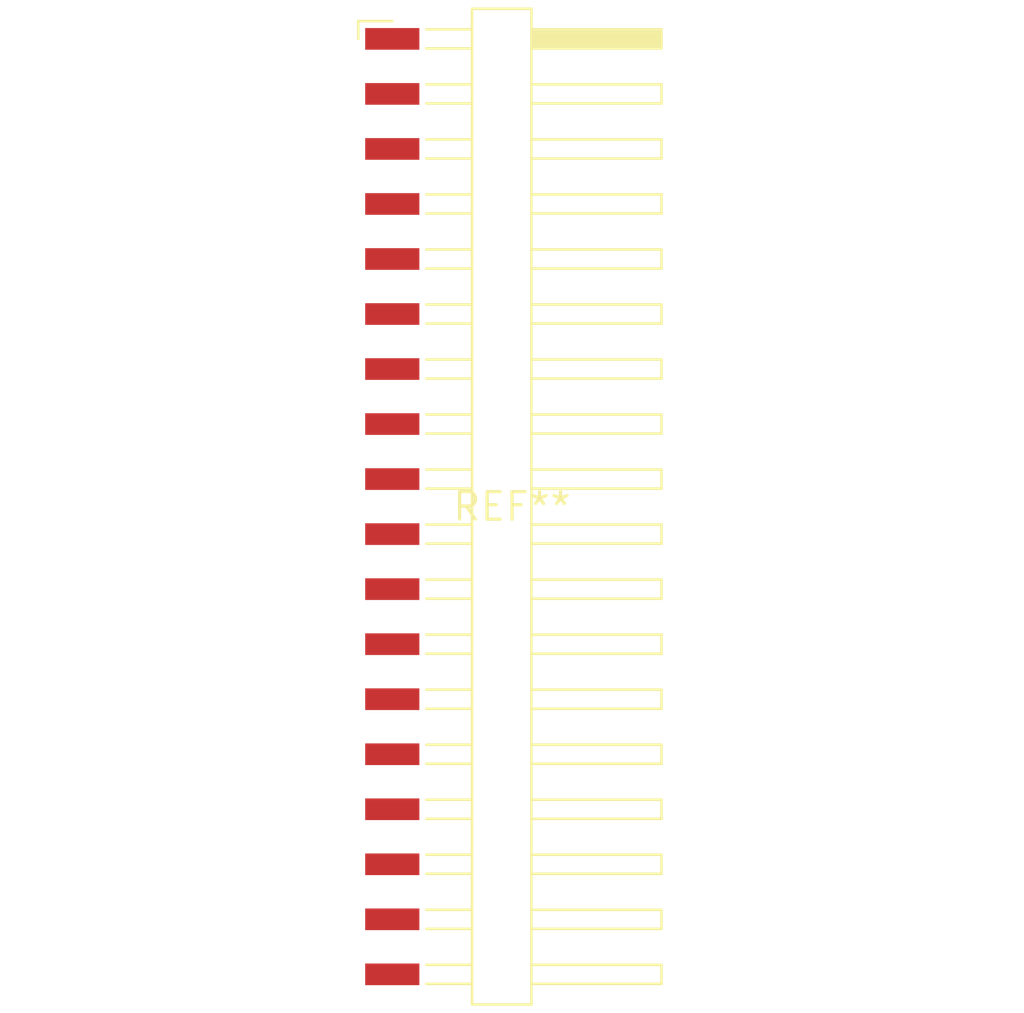
<source format=kicad_pcb>
(kicad_pcb (version 20240108) (generator pcbnew)
  (layers (0 "F.Cu" signal) (31 "B.Cu" signal) (34 "B.Paste" user) (35 "F.Paste" user) (36 "B.SilkS" user "B.Silkscreen") (37 "F.SilkS" user "F.Silkscreen") (38 "B.Mask" user) (39 "F.Mask" user) (44 "Edge.Cuts" user))
  (net 0 "")
  (footprint "Harwin_M20-89018xx_1x18_P2.54mm_Horizontal" (layer "F.Cu") (at 0 0)
    (property "Reference" "REF**")
    (property "Value" "Harwin_M20-89018xx_1x18_P2.54mm_Horizontal")
    (fp_line (start -7.095 -22.41) (end -5.525 -22.41) (layer "F.SilkS") (stroke (width 0.12)))
    (fp_line (start -7.095 -21.59) (end -7.095 -22.41) (layer "F.SilkS") (stroke (width 0.12)))
    (fp_line (start -3.955 -22.03) (end -1.845 -22.03) (layer "F.SilkS") (stroke (width 0.12)))
    (fp_line (start -3.955 -21.15) (end -1.845 -21.15) (layer "F.SilkS") (stroke (width 0.12)))
    (fp_line (start -3.955 -19.49) (end -1.845 -19.49) (layer "F.SilkS") (stroke (width 0.12)))
    (fp_line (start -3.955 -18.61) (end -1.845 -18.61) (layer "F.SilkS") (stroke (width 0.12)))
    (fp_line (start -3.955 -16.95) (end -1.845 -16.95) (layer "F.SilkS") (stroke (width 0.12)))
    (fp_line (start -3.955 -16.07) (end -1.845 -16.07) (layer "F.SilkS") (stroke (width 0.12)))
    (fp_line (start -3.955 -14.41) (end -1.845 -14.41) (layer "F.SilkS") (stroke (width 0.12)))
    (fp_line (start -3.955 -13.53) (end -1.845 -13.53) (layer "F.SilkS") (stroke (width 0.12)))
    (fp_line (start -3.955 -11.87) (end -1.845 -11.87) (layer "F.SilkS") (stroke (width 0.12)))
    (fp_line (start -3.955 -10.99) (end -1.845 -10.99) (layer "F.SilkS") (stroke (width 0.12)))
    (fp_line (start -3.955 -9.33) (end -1.845 -9.33) (layer "F.SilkS") (stroke (width 0.12)))
    (fp_line (start -3.955 -8.45) (end -1.845 -8.45) (layer "F.SilkS") (stroke (width 0.12)))
    (fp_line (start -3.955 -6.79) (end -1.845 -6.79) (layer "F.SilkS") (stroke (width 0.12)))
    (fp_line (start -3.955 -5.91) (end -1.845 -5.91) (layer "F.SilkS") (stroke (width 0.12)))
    (fp_line (start -3.955 -4.25) (end -1.845 -4.25) (layer "F.SilkS") (stroke (width 0.12)))
    (fp_line (start -3.955 -3.37) (end -1.845 -3.37) (layer "F.SilkS") (stroke (width 0.12)))
    (fp_line (start -3.955 -1.71) (end -1.845 -1.71) (layer "F.SilkS") (stroke (width 0.12)))
    (fp_line (start -3.955 -0.83) (end -1.845 -0.83) (layer "F.SilkS") (stroke (width 0.12)))
    (fp_line (start -3.955 0.83) (end -1.845 0.83) (layer "F.SilkS") (stroke (width 0.12)))
    (fp_line (start -3.955 1.71) (end -1.845 1.71) (layer "F.SilkS") (stroke (width 0.12)))
    (fp_line (start -3.955 3.37) (end -1.845 3.37) (layer "F.SilkS") (stroke (width 0.12)))
    (fp_line (start -3.955 4.25) (end -1.845 4.25) (layer "F.SilkS") (stroke (width 0.12)))
    (fp_line (start -3.955 5.91) (end -1.845 5.91) (layer "F.SilkS") (stroke (width 0.12)))
    (fp_line (start -3.955 6.79) (end -1.845 6.79) (layer "F.SilkS") (stroke (width 0.12)))
    (fp_line (start -3.955 8.45) (end -1.845 8.45) (layer "F.SilkS") (stroke (width 0.12)))
    (fp_line (start -3.955 9.33) (end -1.845 9.33) (layer "F.SilkS") (stroke (width 0.12)))
    (fp_line (start -3.955 10.99) (end -1.845 10.99) (layer "F.SilkS") (stroke (width 0.12)))
    (fp_line (start -3.955 11.87) (end -1.845 11.87) (layer "F.SilkS") (stroke (width 0.12)))
    (fp_line (start -3.955 13.53) (end -1.845 13.53) (layer "F.SilkS") (stroke (width 0.12)))
    (fp_line (start -3.955 14.41) (end -1.845 14.41) (layer "F.SilkS") (stroke (width 0.12)))
    (fp_line (start -3.955 16.07) (end -1.845 16.07) (layer "F.SilkS") (stroke (width 0.12)))
    (fp_line (start -3.955 16.95) (end -1.845 16.95) (layer "F.SilkS") (stroke (width 0.12)))
    (fp_line (start -3.955 18.61) (end -1.845 18.61) (layer "F.SilkS") (stroke (width 0.12)))
    (fp_line (start -3.955 19.49) (end -1.845 19.49) (layer "F.SilkS") (stroke (width 0.12)))
    (fp_line (start -3.955 21.15) (end -1.845 21.15) (layer "F.SilkS") (stroke (width 0.12)))
    (fp_line (start -3.955 22.03) (end -1.845 22.03) (layer "F.SilkS") (stroke (width 0.12)))
    (fp_line (start -1.845 -22.98) (end 0.895 -22.98) (layer "F.SilkS") (stroke (width 0.12)))
    (fp_line (start -1.845 22.98) (end -1.845 -22.98) (layer "F.SilkS") (stroke (width 0.12)))
    (fp_line (start 0.895 -22.98) (end 0.895 22.98) (layer "F.SilkS") (stroke (width 0.12)))
    (fp_line (start 0.895 -22.03) (end 6.895 -22.03) (layer "F.SilkS") (stroke (width 0.12)))
    (fp_line (start 0.895 -19.49) (end 6.895 -19.49) (layer "F.SilkS") (stroke (width 0.12)))
    (fp_line (start 0.895 -16.95) (end 6.895 -16.95) (layer "F.SilkS") (stroke (width 0.12)))
    (fp_line (start 0.895 -14.41) (end 6.895 -14.41) (layer "F.SilkS") (stroke (width 0.12)))
    (fp_line (start 0.895 -11.87) (end 6.895 -11.87) (layer "F.SilkS") (stroke (width 0.12)))
    (fp_line (start 0.895 -9.33) (end 6.895 -9.33) (layer "F.SilkS") (stroke (width 0.12)))
    (fp_line (start 0.895 -6.79) (end 6.895 -6.79) (layer "F.SilkS") (stroke (width 0.12)))
    (fp_line (start 0.895 -4.25) (end 6.895 -4.25) (layer "F.SilkS") (stroke (width 0.12)))
    (fp_line (start 0.895 -1.71) (end 6.895 -1.71) (layer "F.SilkS") (stroke (width 0.12)))
    (fp_line (start 0.895 0.83) (end 6.895 0.83) (layer "F.SilkS") (stroke (width 0.12)))
    (fp_line (start 0.895 3.37) (end 6.895 3.37) (layer "F.SilkS") (stroke (width 0.12)))
    (fp_line (start 0.895 5.91) (end 6.895 5.91) (layer "F.SilkS") (stroke (width 0.12)))
    (fp_line (start 0.895 8.45) (end 6.895 8.45) (layer "F.SilkS") (stroke (width 0.12)))
    (fp_line (start 0.895 10.99) (end 6.895 10.99) (layer "F.SilkS") (stroke (width 0.12)))
    (fp_line (start 0.895 13.53) (end 6.895 13.53) (layer "F.SilkS") (stroke (width 0.12)))
    (fp_line (start 0.895 16.07) (end 6.895 16.07) (layer "F.SilkS") (stroke (width 0.12)))
    (fp_line (start 0.895 18.61) (end 6.895 18.61) (layer "F.SilkS") (stroke (width 0.12)))
    (fp_line (start 0.895 21.15) (end 6.895 21.15) (layer "F.SilkS") (stroke (width 0.12)))
    (fp_line (start 0.895 22.98) (end -1.845 22.98) (layer "F.SilkS") (stroke (width 0.12)))
    (fp_line (start 6.895 -22.03) (end 6.895 -21.15) (layer "F.SilkS") (stroke (width 0.12)))
    (fp_line (start 6.895 -21.15) (end 0.895 -21.15) (layer "F.SilkS") (stroke (width 0.12)))
    (fp_line (start 6.895 -19.49) (end 6.895 -18.61) (layer "F.SilkS") (stroke (width 0.12)))
    (fp_line (start 6.895 -18.61) (end 0.895 -18.61) (layer "F.SilkS") (stroke (width 0.12)))
    (fp_line (start 6.895 -16.95) (end 6.895 -16.07) (layer "F.SilkS") (stroke (width 0.12)))
    (fp_line (start 6.895 -16.07) (end 0.895 -16.07) (layer "F.SilkS") (stroke (width 0.12)))
    (fp_line (start 6.895 -14.41) (end 6.895 -13.53) (layer "F.SilkS") (stroke (width 0.12)))
    (fp_line (start 6.895 -13.53) (end 0.895 -13.53) (layer "F.SilkS") (stroke (width 0.12)))
    (fp_line (start 6.895 -11.87) (end 6.895 -10.99) (layer "F.SilkS") (stroke (width 0.12)))
    (fp_line (start 6.895 -10.99) (end 0.895 -10.99) (layer "F.SilkS") (stroke (width 0.12)))
    (fp_line (start 6.895 -9.33) (end 6.895 -8.45) (layer "F.SilkS") (stroke (width 0.12)))
    (fp_line (start 6.895 -8.45) (end 0.895 -8.45) (layer "F.SilkS") (stroke (width 0.12)))
    (fp_line (start 6.895 -6.79) (end 6.895 -5.91) (layer "F.SilkS") (stroke (width 0.12)))
    (fp_line (start 6.895 -5.91) (end 0.895 -5.91) (layer "F.SilkS") (stroke (width 0.12)))
    (fp_line (start 6.895 -4.25) (end 6.895 -3.37) (layer "F.SilkS") (stroke (width 0.12)))
    (fp_line (start 6.895 -3.37) (end 0.895 -3.37) (layer "F.SilkS") (stroke (width 0.12)))
    (fp_line (start 6.895 -1.71) (end 6.895 -0.83) (layer "F.SilkS") (stroke (width 0.12)))
    (fp_line (start 6.895 -0.83) (end 0.895 -0.83) (layer "F.SilkS") (stroke (width 0.12)))
    (fp_line (start 6.895 0.83) (end 6.895 1.71) (layer "F.SilkS") (stroke (width 0.12)))
    (fp_line (start 6.895 1.71) (end 0.895 1.71) (layer "F.SilkS") (stroke (width 0.12)))
    (fp_line (start 6.895 3.37) (end 6.895 4.25) (layer "F.SilkS") (stroke (width 0.12)))
    (fp_line (start 6.895 4.25) (end 0.895 4.25) (layer "F.SilkS") (stroke (width 0.12)))
    (fp_line (start 6.895 5.91) (end 6.895 6.79) (layer "F.SilkS") (stroke (width 0.12)))
    (fp_line (start 6.895 6.79) (end 0.895 6.79) (layer "F.SilkS") (stroke (width 0.12)))
    (fp_line (start 6.895 8.45) (end 6.895 9.33) (layer "F.SilkS") (stroke (width 0.12)))
    (fp_line (start 6.895 9.33) (end 0.895 9.33) (layer "F.SilkS") (stroke (width 0.12)))
    (fp_line (start 6.895 10.99) (end 6.895 11.87) (layer "F.SilkS") (stroke (width 0.12)))
    (fp_line (start 6.895 11.87) (end 0.895 11.87) (layer "F.SilkS") (stroke (width 0.12)))
    (fp_line (start 6.895 13.53) (end 6.895 14.41) (layer "F.SilkS") (stroke (width 0.12)))
    (fp_line (start 6.895 14.41) (end 0.895 14.41) (layer "F.SilkS") (stroke (width 0.12)))
    (fp_line (start 6.895 16.07) (end 6.895 16.95) (layer "F.SilkS") (stroke (width 0.12)))
    (fp_line (start 6.895 16.95) (end 0.895 16.95) (layer "F.SilkS") (stroke (width 0.12)))
    (fp_line (start 6.895 18.61) (end 6.895 19.49) (layer "F.SilkS") (stroke (width 0.12)))
    (fp_line (start 6.895 19.49) (end 0.895 19.49) (layer "F.SilkS") (stroke (width 0.12)))
    (fp_line (start 6.895 21.15) (end 6.895 22.03) (layer "F.SilkS") (stroke (width 0.12)))
    (fp_line (start 6.895 22.03) (end 0.895 22.03) (layer "F.SilkS") (stroke (width 0.12)))
    (pad "" smd rect (at 3.895 -21.59) (size 6 0.76) (layers "F.SilkS"))
    (pad "1" smd rect (at -5.525 -21.59) (size 2.5 1) (layers "F.Cu" "F.Paste" "F.Mask"))
    (pad "2" smd rect (at -5.525 -19.05) (size 2.5 1) (layers "F.Cu" "F.Paste" "F.Mask"))
    (pad "3" smd rect (at -5.525 -16.51) (size 2.5 1) (layers "F.Cu" "F.Paste" "F.Mask"))
    (pad "4" smd rect (at -5.525 -13.97) (size 2.5 1) (layers "F.Cu" "F.Paste" "F.Mask"))
    (pad "5" smd rect (at -5.525 -11.43) (size 2.5 1) (layers "F.Cu" "F.Paste" "F.Mask"))
    (pad "6" smd rect (at -5.525 -8.89) (size 2.5 1) (layers "F.Cu" "F.Paste" "F.Mask"))
    (pad "7" smd rect (at -5.525 -6.35) (size 2.5 1) (layers "F.Cu" "F.Paste" "F.Mask"))
    (pad "8" smd rect (at -5.525 -3.81) (size 2.5 1) (layers "F.Cu" "F.Paste" "F.Mask"))
    (pad "9" smd rect (at -5.525 -1.27) (size 2.5 1) (layers "F.Cu" "F.Paste" "F.Mask"))
    (pad "10" smd rect (at -5.525 1.27) (size 2.5 1) (layers "F.Cu" "F.Paste" "F.Mask"))
    (pad "11" smd rect (at -5.525 3.81) (size 2.5 1) (layers "F.Cu" "F.Paste" "F.Mask"))
    (pad "12" smd rect (at -5.525 6.35) (size 2.5 1) (layers "F.Cu" "F.Paste" "F.Mask"))
    (pad "13" smd rect (at -5.525 8.89) (size 2.5 1) (layers "F.Cu" "F.Paste" "F.Mask"))
    (pad "14" smd rect (at -5.525 11.43) (size 2.5 1) (layers "F.Cu" "F.Paste" "F.Mask"))
    (pad "15" smd rect (at -5.525 13.97) (size 2.5 1) (layers "F.Cu" "F.Paste" "F.Mask"))
    (pad "16" smd rect (at -5.525 16.51) (size 2.5 1) (layers "F.Cu" "F.Paste" "F.Mask"))
    (pad "17" smd rect (at -5.525 19.05) (size 2.5 1) (layers "F.Cu" "F.Paste" "F.Mask"))
    (pad "18" smd rect (at -5.525 21.59) (size 2.5 1) (layers "F.Cu" "F.Paste" "F.Mask"))
  )
)
</source>
